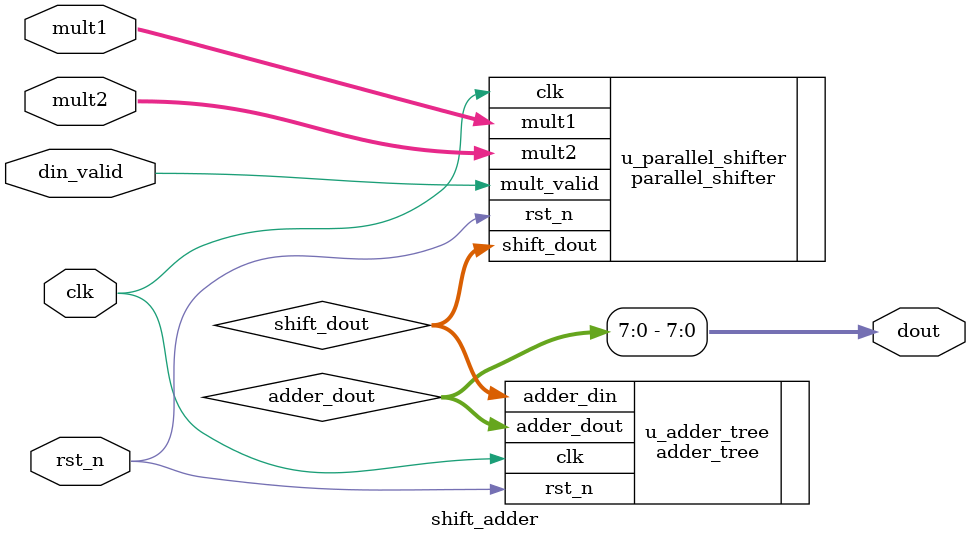
<source format=v>
module shift_adder #(
	parameter LOG2_WIDTH = 2
)(
	input clk,    // Clock
	input rst_n,  // Asynchronous reset active low

	input [2 ** LOG2_WIDTH - 1:0]mult1,mult2,
	input din_valid,

	output [(2 ** LOG2_WIDTH) * 2 - 1:0]dout
);

parameter WIDTH = 2 ** LOG2_WIDTH;

wire [(WIDTH ** 2) * 2 - 1:0]shift_dout;
parallel_shifter #(
	.WIDTH(WIDTH)
) u_parallel_shifter (
	.clk(clk),    // Clock
	.rst_n(rst_n),  // Asynchronous reset active low

	.mult_valid(din_valid),
	.mult1(mult1),
	.mult2(mult2),

	.shift_dout(shift_dout)
);

wire [LOG2_WIDTH + 2 * WIDTH:0]adder_dout;
adder_tree #(
	.LAYER_NUM(LOG2_WIDTH),
	.MIN_ADDER_WIDTH(2 * WIDTH)
) u_adder_tree (
	.clk(clk),    // Clock
	.rst_n(rst_n),  // Asynchronous reset active low

	.adder_din(shift_dout),
	.adder_dout(adder_dout)
);
assign dout = adder_dout[WIDTH * 2 - 1:0];

endmodule
</source>
